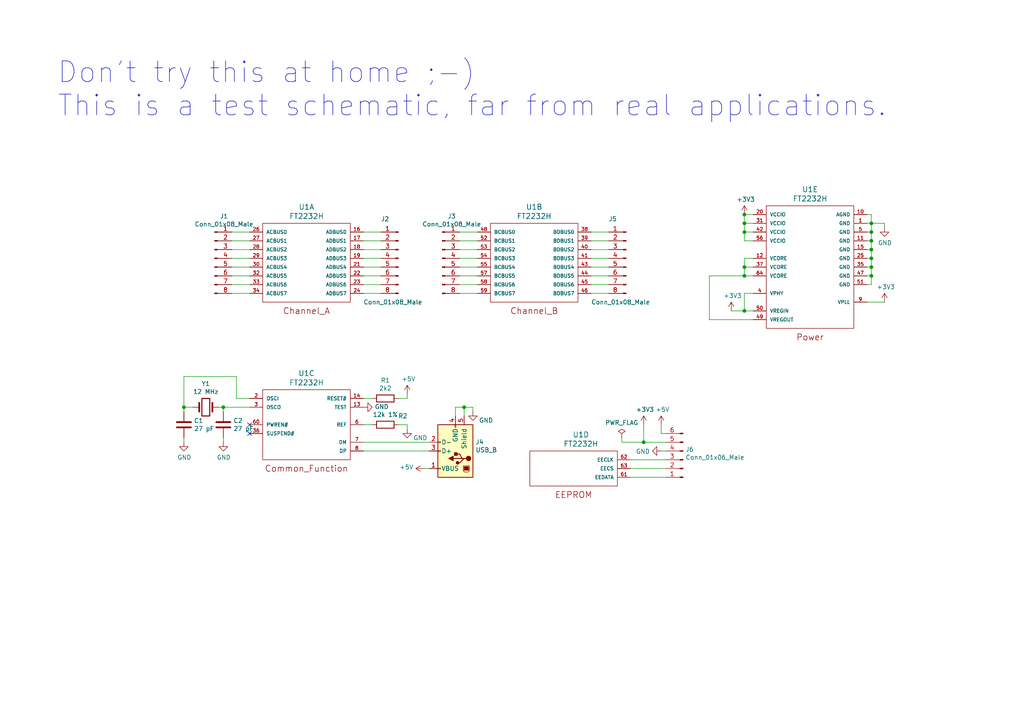
<source format=kicad_sch>
(kicad_sch (version 20231120) (generator "eeschema") (generator_version "8.0")
  (paper "A4")
  (lib_symbols
    (symbol "Device:C" (pin_numbers hide) (pin_names (offset 0.254))
      (property "Reference" "C" (at 0.635 2.54 0))
      (property "Value" "C" (at 0.635 -2.54 0))
      (symbol "C_0_1"
        (polyline (pts (xy -2.032 -0.762) (xy 2.032 -0.762)) (stroke (width 0.508)))
        (polyline (pts (xy -2.032 0.762) (xy 2.032 0.762)) (stroke (width 0.508)))
      )
      (symbol "C_1_1"
        (pin passive line (at 0 3.81 270) (length 2.794) (name "~") (number "1"))
        (pin passive line (at 0 -3.81 90) (length 2.794) (name "~") (number "2"))
      )
    )
    (symbol "Device:Crystal" (pin_numbers hide) (pin_names (offset 1.016) hide)
      (property "Reference" "Y" (at 0 3.81 0))
      (property "Value" "Crystal" (at 0 -3.81 0))
      (symbol "Crystal_0_1"
        (rectangle (start -1.143 2.54) (end 1.143 -2.54) (stroke (width 0.3048)))
        (polyline (pts (xy -2.54 0) (xy -1.905 0)))
        (polyline (pts (xy -1.905 -1.27) (xy -1.905 1.27)) (stroke (width 0.508)))
        (polyline (pts (xy 1.905 -1.27) (xy 1.905 1.27)) (stroke (width 0.508)))
        (polyline (pts (xy 2.54 0) (xy 1.905 0)))
      )
      (symbol "Crystal_1_1"
        (pin passive line (at -3.81 0 0) (length 1.27) (name "1") (number "1"))
        (pin passive line (at 3.81 0 180) (length 1.27) (name "2") (number "2"))
      )
    )
    (symbol "Device:R" (pin_numbers hide) (pin_names (offset 0))
      (property "Reference" "R" (at 2.032 0 90))
      (property "Value" "R" (at 0 0 90))
      (symbol "R_0_1"
        (rectangle (start -1.016 -2.54) (end 1.016 2.54) (stroke (width 0.254)))
      )
      (symbol "R_1_1"
        (pin passive line (at 0 3.81 270) (length 1.27) (name "~") (number "1"))
        (pin passive line (at 0 -3.81 90) (length 1.27) (name "~") (number "2"))
      )
    )
    (symbol "test_subdir-rescue:+3.3V-power" (power) (pin_names (offset 0))
      (property "Value" "power_+3.3V" (at 0 3.556 0))
      (symbol "+3.3V-power_0_1"
        (polyline (pts (xy -0.762 1.27) (xy 0 2.54)))
        (polyline (pts (xy 0 0) (xy 0 2.54)))
        (polyline (pts (xy 0 2.54) (xy 0.762 1.27)))
      )
      (symbol "+3.3V-power_1_1"
        (pin power_in line (at 0 0 90) (length 0) hide (name "+3V3") (number "1"))
      )
    )
    (symbol "test_subdir-rescue:+5V-power" (power) (pin_names (offset 0))
      (property "Value" "power_+5V" (at 0 3.556 0))
      (symbol "+5V-power_0_1"
        (polyline (pts (xy -0.762 1.27) (xy 0 2.54)))
        (polyline (pts (xy 0 0) (xy 0 2.54)))
        (polyline (pts (xy 0 2.54) (xy 0.762 1.27)))
      )
      (symbol "+5V-power_1_1"
        (pin power_in line (at 0 0 90) (length 0) hide (name "+5V") (number "1"))
      )
    )
    (symbol "test_subdir-rescue:Conn_01x06_Male-Connector" (pin_names (offset 1.016) hide)
      (property "Reference" "J" (at 0 7.62 0))
      (property "Value" "Connector_Conn_01x06_Male" (at 0 -10.16 0))
      (symbol "Conn_01x06_Male-Connector_1_1"
        (polyline (pts (xy 1.27 -7.62) (xy 0.8636 -7.62)) (stroke (width 0.1524)))
        (polyline (pts (xy 1.27 -5.08) (xy 0.8636 -5.08)) (stroke (width 0.1524)))
        (polyline (pts (xy 1.27 -2.54) (xy 0.8636 -2.54)) (stroke (width 0.1524)))
        (polyline (pts (xy 1.27 0) (xy 0.8636 0)) (stroke (width 0.1524)))
        (polyline (pts (xy 1.27 2.54) (xy 0.8636 2.54)) (stroke (width 0.1524)))
        (polyline (pts (xy 1.27 5.08) (xy 0.8636 5.08)) (stroke (width 0.1524)))
        (rectangle (start 0.8636 -7.493) (end 0 -7.747) (stroke (width 0.1524)) (fill (type outline)))
        (rectangle (start 0.8636 -4.953) (end 0 -5.207) (stroke (width 0.1524)) (fill (type outline)))
        (rectangle (start 0.8636 -2.413) (end 0 -2.667) (stroke (width 0.1524)) (fill (type outline)))
        (rectangle (start 0.8636 0.127) (end 0 -0.127) (stroke (width 0.1524)) (fill (type outline)))
        (rectangle (start 0.8636 2.667) (end 0 2.413) (stroke (width 0.1524)) (fill (type outline)))
        (rectangle (start 0.8636 5.207) (end 0 4.953) (stroke (width 0.1524)) (fill (type outline)))
        (pin passive line (at 5.08 5.08 180) (length 3.81) (name "Pin_1") (number "1"))
        (pin passive line (at 5.08 2.54 180) (length 3.81) (name "Pin_2") (number "2"))
        (pin passive line (at 5.08 0 180) (length 3.81) (name "Pin_3") (number "3"))
        (pin passive line (at 5.08 -2.54 180) (length 3.81) (name "Pin_4") (number "4"))
        (pin passive line (at 5.08 -5.08 180) (length 3.81) (name "Pin_5") (number "5"))
        (pin passive line (at 5.08 -7.62 180) (length 3.81) (name "Pin_6") (number "6"))
      )
    )
    (symbol "test_subdir-rescue:Conn_01x08_Male-Connector" (pin_names (offset 1.016) hide)
      (property "Reference" "J" (at 0 10.16 0))
      (property "Value" "Connector_Conn_01x08_Male" (at 0 -12.7 0))
      (symbol "Conn_01x08_Male-Connector_1_1"
        (polyline (pts (xy 1.27 -10.16) (xy 0.8636 -10.16)) (stroke (width 0.1524)))
        (polyline (pts (xy 1.27 -7.62) (xy 0.8636 -7.62)) (stroke (width 0.1524)))
        (polyline (pts (xy 1.27 -5.08) (xy 0.8636 -5.08)) (stroke (width 0.1524)))
        (polyline (pts (xy 1.27 -2.54) (xy 0.8636 -2.54)) (stroke (width 0.1524)))
        (polyline (pts (xy 1.27 0) (xy 0.8636 0)) (stroke (width 0.1524)))
        (polyline (pts (xy 1.27 2.54) (xy 0.8636 2.54)) (stroke (width 0.1524)))
        (polyline (pts (xy 1.27 5.08) (xy 0.8636 5.08)) (stroke (width 0.1524)))
        (polyline (pts (xy 1.27 7.62) (xy 0.8636 7.62)) (stroke (width 0.1524)))
        (rectangle (start 0.8636 -10.033) (end 0 -10.287) (stroke (width 0.1524)) (fill (type outline)))
        (rectangle (start 0.8636 -7.493) (end 0 -7.747) (stroke (width 0.1524)) (fill (type outline)))
        (rectangle (start 0.8636 -4.953) (end 0 -5.207) (stroke (width 0.1524)) (fill (type outline)))
        (rectangle (start 0.8636 -2.413) (end 0 -2.667) (stroke (width 0.1524)) (fill (type outline)))
        (rectangle (start 0.8636 0.127) (end 0 -0.127) (stroke (width 0.1524)) (fill (type outline)))
        (rectangle (start 0.8636 2.667) (end 0 2.413) (stroke (width 0.1524)) (fill (type outline)))
        (rectangle (start 0.8636 5.207) (end 0 4.953) (stroke (width 0.1524)) (fill (type outline)))
        (rectangle (start 0.8636 7.747) (end 0 7.493) (stroke (width 0.1524)) (fill (type outline)))
        (pin passive line (at 5.08 7.62 180) (length 3.81) (name "Pin_1") (number "1"))
        (pin passive line (at 5.08 5.08 180) (length 3.81) (name "Pin_2") (number "2"))
        (pin passive line (at 5.08 2.54 180) (length 3.81) (name "Pin_3") (number "3"))
        (pin passive line (at 5.08 0 180) (length 3.81) (name "Pin_4") (number "4"))
        (pin passive line (at 5.08 -2.54 180) (length 3.81) (name "Pin_5") (number "5"))
        (pin passive line (at 5.08 -5.08 180) (length 3.81) (name "Pin_6") (number "6"))
        (pin passive line (at 5.08 -7.62 180) (length 3.81) (name "Pin_7") (number "7"))
        (pin passive line (at 5.08 -10.16 180) (length 3.81) (name "Pin_8") (number "8"))
      )
    )
    (symbol "test_subdir-rescue:FT2232H-ft" (pin_names (offset 1.016))
      (property "Reference" "U" (at 0 2.54 0))
      (property "Value" "ft_FT2232H" (at 0 0 0))
      (symbol "FT2232H-ft_1_0"
        (rectangle (start -12.7 13.97) (end 12.7 -8.89))
        (text "Channel_A" (at 0 -11.43 0) (effects (font (size 1.778 1.778))))
      )
      (symbol "FT2232H-ft_1_1"
        (pin bidirectional line (at 16.51 11.43 180) (length 3.81) (name "ADBUS0") (number "16"))
        (pin bidirectional line (at 16.51 8.89 180) (length 3.81) (name "ADBUS1") (number "17"))
        (pin bidirectional line (at 16.51 6.35 180) (length 3.81) (name "ADBUS2") (number "18"))
        (pin bidirectional line (at 16.51 3.81 180) (length 3.81) (name "ADBUS3") (number "19"))
        (pin bidirectional line (at 16.51 1.27 180) (length 3.81) (name "ADBUS4") (number "21"))
        (pin bidirectional line (at 16.51 -1.27 180) (length 3.81) (name "ADBUS5") (number "22"))
        (pin bidirectional line (at 16.51 -3.81 180) (length 3.81) (name "ADBUS6") (number "23"))
        (pin bidirectional line (at 16.51 -6.35 180) (length 3.81) (name "ADBUS7") (number "24"))
        (pin bidirectional line (at -16.51 11.43 0) (length 3.81) (name "ACBUS0") (number "26"))
        (pin bidirectional line (at -16.51 8.89 0) (length 3.81) (name "ACBUS1") (number "27"))
        (pin bidirectional line (at -16.51 6.35 0) (length 3.81) (name "ACBUS2") (number "28"))
        (pin bidirectional line (at -16.51 3.81 0) (length 3.81) (name "ACBUS3") (number "29"))
        (pin bidirectional line (at -16.51 1.27 0) (length 3.81) (name "ACBUS4") (number "30"))
        (pin bidirectional line (at -16.51 -1.27 0) (length 3.81) (name "ACBUS5") (number "32"))
        (pin bidirectional line (at -16.51 -3.81 0) (length 3.81) (name "ACBUS6") (number "33"))
        (pin bidirectional line (at -16.51 -6.35 0) (length 3.81) (name "ACBUS7") (number "34"))
      )
      (symbol "FT2232H-ft_2_0"
        (rectangle (start -12.7 13.97) (end 12.7 -8.89))
        (text "Channel_B" (at 0 -11.43 0) (effects (font (size 1.778 1.778))))
      )
      (symbol "FT2232H-ft_2_1"
        (pin bidirectional line (at 16.51 11.43 180) (length 3.81) (name "BDBUS0") (number "38"))
        (pin bidirectional line (at 16.51 8.89 180) (length 3.81) (name "BDBUS1") (number "39"))
        (pin bidirectional line (at 16.51 6.35 180) (length 3.81) (name "BDBUS2") (number "40"))
        (pin bidirectional line (at 16.51 3.81 180) (length 3.81) (name "BDBUS3") (number "41"))
        (pin bidirectional line (at 16.51 1.27 180) (length 3.81) (name "BDBUS4") (number "43"))
        (pin bidirectional line (at 16.51 -1.27 180) (length 3.81) (name "BDBUS5") (number "44"))
        (pin bidirectional line (at 16.51 -3.81 180) (length 3.81) (name "BDBUS6") (number "45"))
        (pin bidirectional line (at 16.51 -6.35 180) (length 3.81) (name "BDBUS7") (number "46"))
        (pin bidirectional line (at -16.51 11.43 0) (length 3.81) (name "BCBUS0") (number "48"))
        (pin bidirectional line (at -16.51 8.89 0) (length 3.81) (name "BCBUS1") (number "52"))
        (pin bidirectional line (at -16.51 6.35 0) (length 3.81) (name "BCBUS2") (number "53"))
        (pin bidirectional line (at -16.51 3.81 0) (length 3.81) (name "BCBUS3") (number "54"))
        (pin bidirectional line (at -16.51 1.27 0) (length 3.81) (name "BCBUS4") (number "55"))
        (pin bidirectional line (at -16.51 -1.27 0) (length 3.81) (name "BCBUS5") (number "57"))
        (pin bidirectional line (at -16.51 -3.81 0) (length 3.81) (name "BCBUS6") (number "58"))
        (pin bidirectional line (at -16.51 -6.35 0) (length 3.81) (name "BCBUS7") (number "59"))
      )
      (symbol "FT2232H-ft_3_0"
        (rectangle (start -12.7 8.89) (end 12.7 -11.43))
        (text "Common_Function" (at 0 -13.97 0) (effects (font (size 1.778 1.778))))
      )
      (symbol "FT2232H-ft_3_1"
        (pin input line (at 16.51 3.81 180) (length 3.81) (name "TEST") (number "13"))
        (pin input line (at 16.51 6.35 180) (length 3.81) (name "RESET#") (number "14"))
        (pin input line (at -16.51 6.35 0) (length 3.81) (name "OSCI") (number "2"))
        (pin output line (at -16.51 3.81 0) (length 3.81) (name "OSCO") (number "3"))
        (pin output line (at -16.51 -3.81 0) (length 3.81) (name "SUSPEND#") (number "36"))
        (pin input line (at 16.51 -1.27 180) (length 3.81) (name "REF") (number "6"))
        (pin output line (at -16.51 -1.27 0) (length 3.81) (name "PWREN#") (number "60"))
        (pin input line (at 16.51 -6.35 180) (length 3.81) (name "DM") (number "7"))
        (pin input line (at 16.51 -8.89 180) (length 3.81) (name "DP") (number "8"))
      )
      (symbol "FT2232H-ft_4_0"
        (rectangle (start -12.7 5.08) (end 12.7 -5.08))
        (text "EEPROM" (at 0 -7.62 0) (effects (font (size 1.778 1.778))))
      )
      (symbol "FT2232H-ft_4_1"
        (pin bidirectional line (at 16.51 -2.54 180) (length 3.81) (name "EEDATA") (number "61"))
        (pin output line (at 16.51 2.54 180) (length 3.81) (name "EECLK") (number "62"))
        (pin bidirectional line (at 16.51 0 180) (length 3.81) (name "EECS") (number "63"))
      )
      (symbol "FT2232H-ft_5_0"
        (rectangle (start -12.7 16.51) (end 12.7 -19.05))
        (text "Power" (at 0 -21.59 0) (effects (font (size 1.778 1.778))))
      )
      (symbol "FT2232H-ft_5_1"
        (pin power_in line (at 16.51 11.43 180) (length 3.81) (name "GND") (number "1"))
        (pin power_in line (at 16.51 13.97 180) (length 3.81) (name "AGND") (number "10"))
        (pin power_in line (at 16.51 6.35 180) (length 3.81) (name "GND") (number "11"))
        (pin power_in line (at -16.51 1.27 0) (length 3.81) (name "VCORE") (number "12"))
        (pin power_in line (at 16.51 3.81 180) (length 3.81) (name "GND") (number "15"))
        (pin power_in line (at -16.51 13.97 0) (length 3.81) (name "VCCIO") (number "20"))
        (pin power_in line (at 16.51 1.27 180) (length 3.81) (name "GND") (number "25"))
        (pin power_in line (at -16.51 11.43 0) (length 3.81) (name "VCCIO") (number "31"))
        (pin power_in line (at 16.51 -1.27 180) (length 3.81) (name "GND") (number "35"))
        (pin power_in line (at -16.51 -1.27 0) (length 3.81) (name "VCORE") (number "37"))
        (pin power_in line (at -16.51 -8.89 0) (length 3.81) (name "VPHY") (number "4"))
        (pin power_in line (at -16.51 8.89 0) (length 3.81) (name "VCCIO") (number "42"))
        (pin power_in line (at 16.51 -3.81 180) (length 3.81) (name "GND") (number "47"))
        (pin power_out line (at -16.51 -16.51 0) (length 3.81) (name "VREGOUT") (number "49"))
        (pin power_in line (at 16.51 8.89 180) (length 3.81) (name "GND") (number "5"))
        (pin power_in line (at -16.51 -13.97 0) (length 3.81) (name "VREGIN") (number "50"))
        (pin power_in line (at 16.51 -6.35 180) (length 3.81) (name "GND") (number "51"))
        (pin power_in line (at -16.51 6.35 0) (length 3.81) (name "VCCIO") (number "56"))
        (pin power_in line (at -16.51 -3.81 0) (length 3.81) (name "VCORE") (number "64"))
        (pin power_in line (at 16.51 -11.43 180) (length 3.81) (name "VPLL") (number "9"))
      )
    )
    (symbol "test_subdir-rescue:GND-power" (power) (pin_names (offset 0))
      (property "Value" "power_GND" (at 0 -3.81 0))
      (symbol "GND-power_0_1"
        (polyline (pts (xy 0 0) (xy 0 -1.27) (xy 1.27 -1.27) (xy 0 -2.54) (xy -1.27 -1.27) (xy 0 -1.27)))
      )
      (symbol "GND-power_1_1"
        (pin power_in line (at 0 0 270) (length 0) hide (name "GND") (number "1"))
      )
    )
    (symbol "test_subdir-rescue:PWR_FLAG-power" (power) (pin_numbers hide) (pin_names (offset 0) hide)
      (property "Value" "power_PWR_FLAG" (at 0 3.81 0))
      (symbol "PWR_FLAG-power_0_0"
        (pin power_out line (at 0 0 90) (length 0) (name "pwr") (number "1"))
      )
      (symbol "PWR_FLAG-power_0_1"
        (polyline (pts (xy 0 0) (xy 0 1.27) (xy -1.016 1.905) (xy 0 2.54) (xy 1.016 1.905) (xy 0 1.27)))
      )
    )
    (symbol "test_subdir-rescue:USB_B-Connector" (pin_names (offset 1.016))
      (property "Reference" "J" (at -5.08 11.43 0))
      (property "Value" "Connector_USB_B" (at -5.08 8.89 0))
      (symbol "USB_B-Connector_0_1"
        (rectangle (start -5.08 -7.62) (end 5.08 7.62) (stroke (width 0.254)) (fill (type background)))
        (circle (center -3.81 2.159) (radius 0.635) (stroke (width 0.254)) (fill (type outline)))
        (rectangle (start -3.81 5.588) (end -2.54 4.572) (fill (type outline)))
        (circle (center -0.635 3.429) (radius 0.381) (stroke (width 0.254)) (fill (type outline)))
        (rectangle (start -0.127 -7.62) (end 0.127 -6.858))
        (polyline (pts (xy -1.905 2.159) (xy 0.635 2.159)) (stroke (width 0.254)))
        (polyline (pts (xy -3.175 2.159) (xy -2.54 2.159) (xy -1.27 3.429) (xy -0.635 3.429)) (stroke (width 0.254)))
        (polyline (pts (xy -2.54 2.159) (xy -1.905 2.159) (xy -1.27 0.889) (xy 0 0.889)) (stroke (width 0.254)))
        (polyline (pts (xy 0.635 2.794) (xy 0.635 1.524) (xy 1.905 2.159) (xy 0.635 2.794)) (stroke (width 0.254)) (fill (type outline)))
        (polyline (pts (xy -4.064 4.318) (xy -2.286 4.318) (xy -2.286 5.715) (xy -2.667 6.096) (xy -3.683 6.096) (xy -4.064 5.715) (xy -4.064 4.318)))
        (rectangle (start 0.254 1.27) (end -0.508 0.508) (stroke (width 0.254)) (fill (type outline)))
        (rectangle (start 5.08 -2.667) (end 4.318 -2.413))
        (rectangle (start 5.08 -0.127) (end 4.318 0.127))
        (rectangle (start 5.08 4.953) (end 4.318 5.207))
      )
      (symbol "USB_B-Connector_1_1"
        (pin power_out line (at 7.62 5.08 180) (length 2.54) (name "VBUS") (number "1"))
        (pin passive line (at 7.62 -2.54 180) (length 2.54) (name "D-") (number "2"))
        (pin passive line (at 7.62 0 180) (length 2.54) (name "D+") (number "3"))
        (pin power_out line (at 0 -10.16 90) (length 2.54) (name "GND") (number "4"))
        (pin passive line (at -2.54 -10.16 90) (length 2.54) (name "Shield") (number "5"))
      )
    )
  )
  (junction (at 215.9 67.31))
  (junction (at 252.73 77.47))
  (junction (at 252.73 74.93))
  (junction (at 186.69 128.27))
  (junction (at 215.9 64.77))
  (junction (at 252.73 64.77))
  (junction (at 53.34 118.11))
  (junction (at 215.9 90.17))
  (junction (at 252.73 72.39))
  (junction (at 252.73 67.31))
  (junction (at 252.73 80.01))
  (junction (at 215.9 77.47))
  (junction (at 252.73 69.85))
  (junction (at 64.77 118.11))
  (junction (at 215.9 80.01))
  (junction (at 134.62 118.11))
  (junction (at 215.9 62.23))
  (no_connect (at 72.39 125.73))
  (no_connect (at 72.39 123.19))
  (wire (pts (xy 218.44 64.77) (xy 215.9 64.77)))
  (wire (pts (xy 171.45 67.31) (xy 176.53 67.31)))
  (wire (pts (xy 252.73 82.55) (xy 251.46 82.55)))
  (wire (pts (xy 252.73 64.77) (xy 256.54 64.77)))
  (wire (pts (xy 53.34 109.22) (xy 68.58 109.22)))
  (wire (pts (xy 252.73 64.77) (xy 252.73 67.31)))
  (wire (pts (xy 215.9 85.09) (xy 215.9 90.17)))
  (wire (pts (xy 105.41 77.47) (xy 110.49 77.47)))
  (wire (pts (xy 118.11 115.57) (xy 118.11 114.3)))
  (wire (pts (xy 105.41 80.01) (xy 110.49 80.01)))
  (wire (pts (xy 251.46 74.93) (xy 252.73 74.93)))
  (wire (pts (xy 252.73 80.01) (xy 252.73 82.55)))
  (wire (pts (xy 67.31 74.93) (xy 72.39 74.93)))
  (wire (pts (xy 124.46 130.81) (xy 105.41 130.81)))
  (wire (pts (xy 251.46 62.23) (xy 252.73 62.23)))
  (wire (pts (xy 215.9 80.01) (xy 205.74 80.01)))
  (wire (pts (xy 133.35 85.09) (xy 138.43 85.09)))
  (wire (pts (xy 115.57 123.19) (xy 118.11 123.19)))
  (wire (pts (xy 191.77 125.73) (xy 191.77 123.19)))
  (wire (pts (xy 134.62 118.11) (xy 134.62 120.65)))
  (wire (pts (xy 215.9 69.85) (xy 215.9 67.31)))
  (wire (pts (xy 67.31 80.01) (xy 72.39 80.01)))
  (wire (pts (xy 67.31 67.31) (xy 72.39 67.31)))
  (wire (pts (xy 53.34 118.11) (xy 53.34 119.38)))
  (wire (pts (xy 68.58 109.22) (xy 68.58 115.57)))
  (wire (pts (xy 72.39 118.11) (xy 64.77 118.11)))
  (wire (pts (xy 124.46 135.89) (xy 123.19 135.89)))
  (wire (pts (xy 252.73 67.31) (xy 251.46 67.31)))
  (wire (pts (xy 252.73 72.39) (xy 252.73 74.93)))
  (wire (pts (xy 182.88 133.35) (xy 193.04 133.35)))
  (wire (pts (xy 252.73 77.47) (xy 252.73 80.01)))
  (wire (pts (xy 193.04 125.73) (xy 191.77 125.73)))
  (wire (pts (xy 64.77 118.11) (xy 63.5 118.11)))
  (wire (pts (xy 67.31 85.09) (xy 72.39 85.09)))
  (wire (pts (xy 55.88 118.11) (xy 53.34 118.11)))
  (wire (pts (xy 67.31 77.47) (xy 72.39 77.47)))
  (wire (pts (xy 252.73 74.93) (xy 252.73 77.47)))
  (wire (pts (xy 132.08 118.11) (xy 134.62 118.11)))
  (wire (pts (xy 218.44 85.09) (xy 215.9 85.09)))
  (wire (pts (xy 193.04 130.81) (xy 191.77 130.81)))
  (wire (pts (xy 215.9 64.77) (xy 215.9 62.23)))
  (wire (pts (xy 105.41 115.57) (xy 107.95 115.57)))
  (wire (pts (xy 67.31 82.55) (xy 72.39 82.55)))
  (wire (pts (xy 133.35 67.31) (xy 138.43 67.31)))
  (wire (pts (xy 180.34 128.27) (xy 186.69 128.27)))
  (wire (pts (xy 215.9 77.47) (xy 215.9 74.93)))
  (wire (pts (xy 218.44 69.85) (xy 215.9 69.85)))
  (wire (pts (xy 215.9 67.31) (xy 218.44 67.31)))
  (wire (pts (xy 252.73 62.23) (xy 252.73 64.77)))
  (wire (pts (xy 133.35 77.47) (xy 138.43 77.47)))
  (wire (pts (xy 171.45 80.01) (xy 176.53 80.01)))
  (wire (pts (xy 133.35 72.39) (xy 138.43 72.39)))
  (wire (pts (xy 215.9 90.17) (xy 218.44 90.17)))
  (wire (pts (xy 118.11 123.19) (xy 118.11 124.46)))
  (wire (pts (xy 215.9 77.47) (xy 218.44 77.47)))
  (wire (pts (xy 133.35 80.01) (xy 138.43 80.01)))
  (wire (pts (xy 252.73 67.31) (xy 252.73 69.85)))
  (wire (pts (xy 171.45 85.09) (xy 176.53 85.09)))
  (wire (pts (xy 251.46 69.85) (xy 252.73 69.85)))
  (wire (pts (xy 186.69 128.27) (xy 193.04 128.27)))
  (wire (pts (xy 107.95 123.19) (xy 105.41 123.19)))
  (wire (pts (xy 215.9 90.17) (xy 212.09 90.17)))
  (wire (pts (xy 171.45 82.55) (xy 176.53 82.55)))
  (wire (pts (xy 215.9 67.31) (xy 215.9 64.77)))
  (wire (pts (xy 215.9 80.01) (xy 215.9 77.47)))
  (wire (pts (xy 171.45 74.93) (xy 176.53 74.93)))
  (wire (pts (xy 256.54 64.77) (xy 256.54 66.04)))
  (wire (pts (xy 53.34 127) (xy 53.34 128.27)))
  (wire (pts (xy 105.41 82.55) (xy 110.49 82.55)))
  (wire (pts (xy 132.08 120.65) (xy 132.08 118.11)))
  (wire (pts (xy 105.41 67.31) (xy 110.49 67.31)))
  (wire (pts (xy 215.9 62.23) (xy 218.44 62.23)))
  (wire (pts (xy 68.58 115.57) (xy 72.39 115.57)))
  (wire (pts (xy 182.88 138.43) (xy 193.04 138.43)))
  (wire (pts (xy 171.45 77.47) (xy 176.53 77.47)))
  (wire (pts (xy 67.31 69.85) (xy 72.39 69.85)))
  (wire (pts (xy 251.46 80.01) (xy 252.73 80.01)))
  (wire (pts (xy 137.16 118.11) (xy 137.16 119.38)))
  (wire (pts (xy 105.41 69.85) (xy 110.49 69.85)))
  (wire (pts (xy 105.41 74.93) (xy 110.49 74.93)))
  (wire (pts (xy 218.44 80.01) (xy 215.9 80.01)))
  (wire (pts (xy 205.74 80.01) (xy 205.74 92.71)))
  (wire (pts (xy 134.62 118.11) (xy 137.16 118.11)))
  (wire (pts (xy 133.35 82.55) (xy 138.43 82.55)))
  (wire (pts (xy 105.41 128.27) (xy 124.46 128.27)))
  (wire (pts (xy 133.35 74.93) (xy 138.43 74.93)))
  (wire (pts (xy 218.44 92.71) (xy 205.74 92.71)))
  (wire (pts (xy 115.57 115.57) (xy 118.11 115.57)))
  (wire (pts (xy 105.41 72.39) (xy 110.49 72.39)))
  (wire (pts (xy 252.73 77.47) (xy 251.46 77.47)))
  (wire (pts (xy 64.77 127) (xy 64.77 128.27)))
  (wire (pts (xy 193.04 135.89) (xy 182.88 135.89)))
  (wire (pts (xy 252.73 72.39) (xy 251.46 72.39)))
  (wire (pts (xy 64.77 118.11) (xy 64.77 119.38)))
  (wire (pts (xy 133.35 69.85) (xy 138.43 69.85)))
  (wire (pts (xy 251.46 64.77) (xy 252.73 64.77)))
  (wire (pts (xy 186.69 123.19) (xy 186.69 128.27)))
  (wire (pts (xy 180.34 127) (xy 180.34 128.27)))
  (wire (pts (xy 105.41 85.09) (xy 110.49 85.09)))
  (wire (pts (xy 67.31 72.39) (xy 72.39 72.39)))
  (wire (pts (xy 171.45 69.85) (xy 176.53 69.85)))
  (wire (pts (xy 218.44 74.93) (xy 215.9 74.93)))
  (wire (pts (xy 53.34 118.11) (xy 53.34 109.22)))
  (wire (pts (xy 256.54 87.63) (xy 251.46 87.63)))
  (wire (pts (xy 252.73 69.85) (xy 252.73 72.39)))
  (wire (pts (xy 171.45 72.39) (xy 176.53 72.39)))
  (text "Don't try this at home ;-)\nThis is a test schematic, far from real applications." (at 16.51 34.29 0) (effects (font (size 5.9944 5.9944)) (justify left bottom)))
  (symbol (lib_id "test_subdir-rescue:FT2232H-ft") (at 88.9 78.74 0) (unit 1)
    (property "Reference" "U1" (at 88.9 60.0202 0) (effects (font (size 1.524 1.524))))
    (property "Value" "FT2232H" (at 88.9 62.7126 0) (effects (font (size 1.524 1.524))))
    (property "Footprint" "Package_QFP:LQFP-64_10x10mm_P0.5mm" (effects (hide yes)))
    (property "Descripcion" "DUAL HIGH SPEED USB TO MULTIPURPOSE UART/FIFO" (effects (hide yes)))
    (property "Fabricante" "FTDI" (effects (hide yes)))
    (property "Numero de parte" "FT2232HL" (effects (hide yes)))
    (property "Hoja de datos" "-" (effects (hide yes)))
    (property "Codigo" "768-1024-1-ND" (effects (hide yes)))
  )
  (symbol (lib_id "test_subdir-rescue:FT2232H-ft") (at 154.94 78.74 0) (unit 2)
    (property "Reference" "U1" (at 154.94 60.0202 0) (effects (font (size 1.524 1.524))))
    (property "Value" "FT2232H" (at 154.94 62.7126 0) (effects (font (size 1.524 1.524))))
    (property "Footprint" "Package_QFP:LQFP-64_10x10mm_P0.5mm" (effects (hide yes)))
    (property "Descripcion" "DUAL HIGH SPEED USB TO MULTIPURPOSE UART/FIFO" (effects (hide yes)))
    (property "Fabricante" "FTDI" (effects (hide yes)))
    (property "Numero de parte" "FT2232HL" (effects (hide yes)))
    (property "Hoja de datos" "-" (effects (hide yes)))
    (property "Codigo" "768-1024-1-ND" (effects (hide yes)))
  )
  (symbol (lib_id "test_subdir-rescue:FT2232H-ft") (at 88.9 121.92 0) (unit 3)
    (property "Reference" "U1" (at 88.9 108.2802 0) (effects (font (size 1.524 1.524))))
    (property "Value" "FT2232H" (at 88.9 110.9726 0) (effects (font (size 1.524 1.524))))
    (property "Footprint" "Package_QFP:LQFP-64_10x10mm_P0.5mm" (effects (hide yes)))
    (property "Descripcion" "DUAL HIGH SPEED USB TO MULTIPURPOSE UART/FIFO" (effects (hide yes)))
    (property "Fabricante" "FTDI" (effects (hide yes)))
    (property "Numero de parte" "FT2232HL" (effects (hide yes)))
    (property "Hoja de datos" "-" (effects (hide yes)))
    (property "Codigo" "768-1024-1-ND" (effects (hide yes)))
  )
  (symbol (lib_id "test_subdir-rescue:FT2232H-ft") (at 166.37 135.89 0) (unit 4)
    (property "Reference" "U1" (at 168.4782 126.0602 0) (effects (font (size 1.524 1.524))))
    (property "Value" "FT2232H" (at 168.4782 128.7526 0) (effects (font (size 1.524 1.524))))
    (property "Footprint" "Package_QFP:LQFP-64_10x10mm_P0.5mm" (effects (hide yes)))
    (property "Descripcion" "DUAL HIGH SPEED USB TO MULTIPURPOSE UART/FIFO" (effects (hide yes)))
    (property "Fabricante" "FTDI" (effects (hide yes)))
    (property "Numero de parte" "FT2232HL" (effects (hide yes)))
    (property "Hoja de datos" "-" (effects (hide yes)))
    (property "Codigo" "768-1024-1-ND" (effects (hide yes)))
  )
  (symbol (lib_id "test_subdir-rescue:FT2232H-ft") (at 234.95 76.2 0) (unit 5)
    (property "Reference" "U1" (at 234.95 54.9402 0) (effects (font (size 1.524 1.524))))
    (property "Value" "FT2232H" (at 234.95 57.6326 0) (effects (font (size 1.524 1.524))))
    (property "Footprint" "Package_QFP:LQFP-64_10x10mm_P0.5mm" (effects (hide yes)))
    (property "Descripcion" "DUAL HIGH SPEED USB TO MULTIPURPOSE UART/FIFO" (effects (hide yes)))
    (property "Fabricante" "FTDI" (effects (hide yes)))
    (property "Numero de parte" "FT2232HL" (effects (hide yes)))
    (property "Hoja de datos" "-" (effects (hide yes)))
    (property "Codigo" "768-1024-1-ND" (effects (hide yes)))
  )
  (symbol (lib_id "test_subdir-rescue:Conn_01x08_Male-Connector") (at 62.23 74.93 0) (unit 1)
    (property "Reference" "J1" (at 64.9732 62.7126 0))
    (property "Value" "Conn_01x08_Male" (at 64.9732 65.024 0))
    (property "Footprint" "Connector_PinHeader_2.54mm:PinHeader_1x08_P2.54mm_Vertical" (effects (hide yes)))
  )
  (symbol (lib_id "test_subdir-rescue:Conn_01x08_Male-Connector") (at 128.27 74.93 0) (unit 1)
    (property "Reference" "J3" (at 131.0132 62.7126 0))
    (property "Value" "Conn_01x08_Male" (at 131.0132 65.024 0))
    (property "Footprint" "Connector_PinHeader_2.54mm:PinHeader_1x08_P2.54mm_Vertical" (effects (hide yes)))
  )
  (symbol (lib_id "test_subdir-rescue:Conn_01x08_Male-Connector") (at 115.57 74.93 0) (mirror y) (unit 1)
    (property "Reference" "J2" (at 110.49 63.5 0) (effects (justify right)))
    (property "Value" "Conn_01x08_Male" (at 105.41 87.63 0) (effects (justify right)))
    (property "Footprint" "Connector_PinHeader_2.54mm:PinHeader_1x08_P2.54mm_Vertical" (effects (hide yes)))
  )
  (symbol (lib_id "test_subdir-rescue:Conn_01x08_Male-Connector") (at 181.61 74.93 0) (mirror y) (unit 1)
    (property "Reference" "J5" (at 176.53 63.5 0) (effects (justify right)))
    (property "Value" "Conn_01x08_Male" (at 171.45 87.63 0) (effects (justify right)))
    (property "Footprint" "Connector_PinHeader_2.54mm:PinHeader_1x08_P2.54mm_Vertical" (effects (hide yes)))
  )
  (symbol (lib_id "Device:Crystal") (at 59.69 118.11 0) (mirror x) (unit 1)
    (property "Reference" "Y1" (at 59.69 111.3028 0))
    (property "Value" "12 MHz" (at 59.69 113.6142 0))
    (property "Footprint" "Crystal:Crystal_HC49-U_Vertical" (effects (hide yes)))
  )
  (symbol (lib_id "Device:C") (at 64.77 123.19 0) (unit 1)
    (property "Reference" "C2" (at 67.691 122.0216 0) (effects (justify left)))
    (property "Value" "27 pF" (at 67.691 124.333 0) (effects (justify left)))
    (property "Footprint" "Capacitor_THT:C_Disc_D3.0mm_W1.6mm_P2.50mm" (effects (hide yes)))
  )
  (symbol (lib_id "Device:C") (at 53.34 123.19 0) (unit 1)
    (property "Reference" "C1" (at 56.261 122.0216 0) (effects (justify left)))
    (property "Value" "27 pF" (at 56.261 124.333 0) (effects (justify left)))
    (property "Footprint" "Capacitor_THT:C_Disc_D3.0mm_W1.6mm_P2.50mm" (effects (hide yes)))
  )
  (symbol (lib_id "test_subdir-rescue:GND-power") (at 64.77 128.27 0) (unit 1)
    (property "Reference" "#PWR02" (effects (hide yes)))
    (property "Value" "GND" (at 64.897 132.6642 0))
  )
  (symbol (lib_id "test_subdir-rescue:GND-power") (at 53.34 128.27 0) (unit 1)
    (property "Reference" "#PWR01" (effects (hide yes)))
    (property "Value" "GND" (at 53.467 132.6642 0))
  )
  (symbol (lib_id "test_subdir-rescue:GND-power") (at 105.41 118.11 90) (unit 1)
    (property "Reference" "#PWR03" (effects (hide yes)))
    (property "Value" "GND" (at 108.6612 117.983 90) (effects (justify right)))
  )
  (symbol (lib_id "Device:R") (at 111.76 115.57 270) (unit 1)
    (property "Reference" "R1" (at 111.76 110.3122 90))
    (property "Value" "2k2" (at 111.76 112.6236 90))
    (property "Footprint" "Resistor_THT:R_Axial_DIN0207_L6.3mm_D2.5mm_P5.08mm_Vertical" (effects (hide yes)))
  )
  (symbol (lib_id "test_subdir-rescue:+5V-power") (at 118.11 114.3 0) (unit 1)
    (property "Reference" "#PWR04" (effects (hide yes)))
    (property "Value" "+5V" (at 118.491 109.9058 0))
  )
  (symbol (lib_id "Device:R") (at 111.76 123.19 270) (unit 1)
    (property "Reference" "R2" (at 116.84 120.65 90))
    (property "Value" "12k 1%" (at 111.76 120.2436 90))
    (property "Footprint" "Resistor_THT:R_Axial_DIN0207_L6.3mm_D2.5mm_P5.08mm_Vertical" (effects (hide yes)))
  )
  (symbol (lib_id "test_subdir-rescue:GND-power") (at 118.11 124.46 0) (unit 1)
    (property "Reference" "#PWR05" (effects (hide yes)))
    (property "Value" "GND" (at 121.92 127 0))
  )
  (symbol (lib_id "test_subdir-rescue:USB_B-Connector") (at 132.08 130.81 180) (unit 1)
    (property "Reference" "J4" (at 137.922 128.1938 0) (effects (justify right)))
    (property "Value" "USB_B" (at 137.922 130.5052 0) (effects (justify right)))
    (property "Footprint" "Connector_USB:USB_B_OST_USB-B1HSxx_Horizontal" (effects (hide yes)))
    (property "Datasheet" " ~" (effects (hide yes)))
  )
  (symbol (lib_id "test_subdir-rescue:+5V-power") (at 123.19 135.89 90) (unit 1)
    (property "Reference" "#PWR06" (effects (hide yes)))
    (property "Value" "+5V" (at 119.9388 135.509 90) (effects (justify left)))
  )
  (symbol (lib_id "test_subdir-rescue:GND-power") (at 137.16 119.38 0) (unit 1)
    (property "Reference" "#PWR07" (effects (hide yes)))
    (property "Value" "GND" (at 140.97 121.92 0))
  )
  (symbol (lib_id "test_subdir-rescue:Conn_01x06_Male-Connector") (at 198.12 133.35 180) (unit 1)
    (property "Reference" "J6" (at 198.8312 130.3528 0) (effects (justify right)))
    (property "Value" "Conn_01x06_Male" (at 198.8312 132.6642 0) (effects (justify right)))
    (property "Footprint" "Connector_PinSocket_2.54mm:PinSocket_1x06_P2.54mm_Vertical" (effects (hide yes)))
  )
  (symbol (lib_id "test_subdir-rescue:+5V-power") (at 191.77 123.19 0) (unit 1)
    (property "Reference" "#PWR09" (effects (hide yes)))
    (property "Value" "+5V" (at 192.151 118.7958 0))
  )
  (symbol (lib_id "test_subdir-rescue:+3.3V-power") (at 186.69 123.19 0) (unit 1)
    (property "Reference" "#PWR08" (effects (hide yes)))
    (property "Value" "+3V3" (at 187.071 118.7958 0))
  )
  (symbol (lib_id "test_subdir-rescue:GND-power") (at 191.77 130.81 270) (unit 1)
    (property "Reference" "#PWR010" (effects (hide yes)))
    (property "Value" "GND" (at 188.5188 130.937 90) (effects (justify right)))
  )
  (symbol (lib_id "test_subdir-rescue:GND-power") (at 256.54 66.04 0) (unit 1)
    (property "Reference" "#PWR013" (effects (hide yes)))
    (property "Value" "GND" (at 256.667 70.4342 0))
  )
  (symbol (lib_id "test_subdir-rescue:+3.3V-power") (at 256.54 87.63 0) (unit 1)
    (property "Reference" "#PWR014" (effects (hide yes)))
    (property "Value" "+3V3" (at 256.921 83.2358 0))
  )
  (symbol (lib_id "test_subdir-rescue:+3.3V-power") (at 212.09 90.17 0) (unit 1)
    (property "Reference" "#PWR011" (effects (hide yes)))
    (property "Value" "+3V3" (at 212.471 85.7758 0))
  )
  (symbol (lib_id "test_subdir-rescue:+3.3V-power") (at 215.9 62.23 0) (unit 1)
    (property "Reference" "#PWR012" (effects (hide yes)))
    (property "Value" "+3V3" (at 216.281 57.8358 0))
  )
  (symbol (lib_id "test_subdir-rescue:PWR_FLAG-power") (at 180.34 127 0) (unit 1)
    (property "Reference" "#FLG0101" (effects (hide yes)))
    (property "Value" "PWR_FLAG" (at 180.34 122.6058 0))
  )
)
</source>
